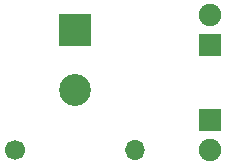
<source format=gbr>
%TF.GenerationSoftware,KiCad,Pcbnew,5.1.6-c6e7f7d~87~ubuntu20.04.1*%
%TF.CreationDate,2020-09-28T16:47:58-03:00*%
%TF.ProjectId,2-leds,322d6c65-6473-42e6-9b69-6361645f7063,rev?*%
%TF.SameCoordinates,Original*%
%TF.FileFunction,Soldermask,Bot*%
%TF.FilePolarity,Negative*%
%FSLAX46Y46*%
G04 Gerber Fmt 4.6, Leading zero omitted, Abs format (unit mm)*
G04 Created by KiCad (PCBNEW 5.1.6-c6e7f7d~87~ubuntu20.04.1) date 2020-09-28 16:47:58*
%MOMM*%
%LPD*%
G01*
G04 APERTURE LIST*
%ADD10R,1.900000X1.900000*%
%ADD11C,1.900000*%
%ADD12C,1.700000*%
%ADD13O,1.700000X1.700000*%
%ADD14R,2.700000X2.700000*%
%ADD15C,2.700000*%
G04 APERTURE END LIST*
D10*
%TO.C,D1*%
X78740000Y-45720000D03*
D11*
X78740000Y-43180000D03*
%TD*%
%TO.C,D2*%
X78740000Y-54610000D03*
D10*
X78740000Y-52070000D03*
%TD*%
D12*
%TO.C,R1*%
X62230000Y-54610000D03*
D13*
X72390000Y-54610000D03*
%TD*%
D14*
%TO.C,V1*%
X67310000Y-44450000D03*
D15*
X67310000Y-49530000D03*
%TD*%
M02*

</source>
